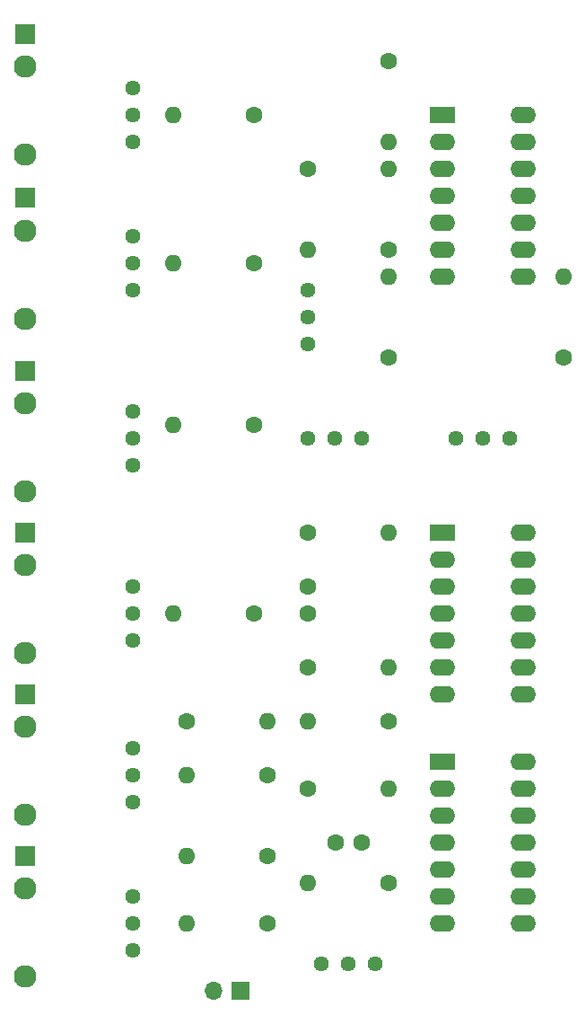
<source format=gbs>
%TF.GenerationSoftware,KiCad,Pcbnew,(5.1.12)-1*%
%TF.CreationDate,2021-11-21T15:36:10-08:00*%
%TF.ProjectId,VCF,5643462e-6b69-4636-9164-5f7063625858,rev?*%
%TF.SameCoordinates,Original*%
%TF.FileFunction,Soldermask,Bot*%
%TF.FilePolarity,Negative*%
%FSLAX46Y46*%
G04 Gerber Fmt 4.6, Leading zero omitted, Abs format (unit mm)*
G04 Created by KiCad (PCBNEW (5.1.12)-1) date 2021-11-21 15:36:10*
%MOMM*%
%LPD*%
G01*
G04 APERTURE LIST*
%ADD10O,2.400000X1.600000*%
%ADD11R,2.400000X1.600000*%
%ADD12C,1.440000*%
%ADD13O,1.600000X1.600000*%
%ADD14C,1.600000*%
%ADD15C,2.130000*%
%ADD16R,1.930000X1.830000*%
%ADD17O,1.700000X1.700000*%
%ADD18R,1.700000X1.700000*%
G04 APERTURE END LIST*
D10*
%TO.C,U2*%
X116840000Y-104140000D03*
X109220000Y-119380000D03*
X116840000Y-106680000D03*
X109220000Y-116840000D03*
X116840000Y-109220000D03*
X109220000Y-114300000D03*
X116840000Y-111760000D03*
X109220000Y-111760000D03*
X116840000Y-114300000D03*
X109220000Y-109220000D03*
X116840000Y-116840000D03*
X109220000Y-106680000D03*
X116840000Y-119380000D03*
D11*
X109220000Y-104140000D03*
%TD*%
D10*
%TO.C,U1*%
X116840000Y-43180000D03*
X109220000Y-58420000D03*
X116840000Y-45720000D03*
X109220000Y-55880000D03*
X116840000Y-48260000D03*
X109220000Y-53340000D03*
X116840000Y-50800000D03*
X109220000Y-50800000D03*
X116840000Y-53340000D03*
X109220000Y-48260000D03*
X116840000Y-55880000D03*
X109220000Y-45720000D03*
X116840000Y-58420000D03*
D11*
X109220000Y-43180000D03*
%TD*%
D12*
%TO.C,RV10*%
X80010000Y-92710000D03*
X80010000Y-90170000D03*
X80010000Y-87630000D03*
%TD*%
%TO.C,RV9*%
X80010000Y-107950000D03*
X80010000Y-105410000D03*
X80010000Y-102870000D03*
%TD*%
%TO.C,RV8*%
X80010000Y-121920000D03*
X80010000Y-119380000D03*
X80010000Y-116840000D03*
%TD*%
%TO.C,RV7*%
X97790000Y-123190000D03*
X100330000Y-123190000D03*
X102870000Y-123190000D03*
%TD*%
%TO.C,RV6*%
X115570000Y-73660000D03*
X113030000Y-73660000D03*
X110490000Y-73660000D03*
%TD*%
%TO.C,RV5*%
X96520000Y-73660000D03*
X99060000Y-73660000D03*
X101600000Y-73660000D03*
%TD*%
%TO.C,RV4*%
X80010000Y-71120000D03*
X80010000Y-73660000D03*
X80010000Y-76200000D03*
%TD*%
%TO.C,RV3*%
X80010000Y-59690000D03*
X80010000Y-57150000D03*
X80010000Y-54610000D03*
%TD*%
%TO.C,RV2*%
X80010000Y-45720000D03*
X80010000Y-43180000D03*
X80010000Y-40640000D03*
%TD*%
%TO.C,RV1*%
X96520000Y-59690000D03*
X96520000Y-62230000D03*
X96520000Y-64770000D03*
%TD*%
D13*
%TO.C,R18*%
X104140000Y-106680000D03*
D14*
X96520000Y-106680000D03*
%TD*%
D13*
%TO.C,R17*%
X96520000Y-115570000D03*
D14*
X104140000Y-115570000D03*
%TD*%
D13*
%TO.C,R16*%
X83820000Y-90170000D03*
D14*
X91440000Y-90170000D03*
%TD*%
D13*
%TO.C,R15*%
X85090000Y-105410000D03*
D14*
X92710000Y-105410000D03*
%TD*%
D13*
%TO.C,R14*%
X85090000Y-119380000D03*
D14*
X92710000Y-119380000D03*
%TD*%
D13*
%TO.C,R13*%
X92710000Y-100330000D03*
D14*
X85090000Y-100330000D03*
%TD*%
D13*
%TO.C,R12*%
X120650000Y-58420000D03*
D14*
X120650000Y-66040000D03*
%TD*%
D13*
%TO.C,R11*%
X96520000Y-100330000D03*
D14*
X104140000Y-100330000D03*
%TD*%
D13*
%TO.C,R10*%
X85090000Y-113030000D03*
D14*
X92710000Y-113030000D03*
%TD*%
D13*
%TO.C,R9*%
X96520000Y-55880000D03*
D14*
X96520000Y-48260000D03*
%TD*%
D13*
%TO.C,R8*%
X104140000Y-95250000D03*
D14*
X96520000Y-95250000D03*
%TD*%
D13*
%TO.C,R7*%
X83820000Y-72390000D03*
D14*
X91440000Y-72390000D03*
%TD*%
D13*
%TO.C,R6*%
X83820000Y-57150000D03*
D14*
X91440000Y-57150000D03*
%TD*%
D13*
%TO.C,R5*%
X83820000Y-43180000D03*
D14*
X91440000Y-43180000D03*
%TD*%
D13*
%TO.C,R4*%
X104140000Y-82550000D03*
D14*
X96520000Y-82550000D03*
%TD*%
D13*
%TO.C,R3*%
X104140000Y-45720000D03*
D14*
X104140000Y-38100000D03*
%TD*%
D13*
%TO.C,R2*%
X104140000Y-58420000D03*
D14*
X104140000Y-66040000D03*
%TD*%
D13*
%TO.C,R1*%
X104140000Y-48260000D03*
D14*
X104140000Y-55880000D03*
%TD*%
D10*
%TO.C,Q1*%
X116840000Y-82550000D03*
X109220000Y-97790000D03*
X116840000Y-85090000D03*
X109220000Y-95250000D03*
X116840000Y-87630000D03*
X109220000Y-92710000D03*
X116840000Y-90170000D03*
X109220000Y-90170000D03*
X116840000Y-92710000D03*
X109220000Y-87630000D03*
X116840000Y-95250000D03*
X109220000Y-85090000D03*
X116840000Y-97790000D03*
D11*
X109220000Y-82550000D03*
%TD*%
D15*
%TO.C,J7*%
X69850000Y-93950000D03*
D16*
X69850000Y-82550000D03*
D15*
X69850000Y-85650000D03*
%TD*%
%TO.C,J6*%
X69850000Y-109190000D03*
D16*
X69850000Y-97790000D03*
D15*
X69850000Y-100890000D03*
%TD*%
%TO.C,J5*%
X69850000Y-124430000D03*
D16*
X69850000Y-113030000D03*
D15*
X69850000Y-116130000D03*
%TD*%
D17*
%TO.C,J4*%
X87630000Y-125730000D03*
D18*
X90170000Y-125730000D03*
%TD*%
D15*
%TO.C,J3*%
X69850000Y-46960000D03*
D16*
X69850000Y-35560000D03*
D15*
X69850000Y-38660000D03*
%TD*%
%TO.C,J2*%
X69850000Y-62390000D03*
D16*
X69850000Y-50990000D03*
D15*
X69850000Y-54090000D03*
%TD*%
%TO.C,J1*%
X69850000Y-78710000D03*
D16*
X69850000Y-67310000D03*
D15*
X69850000Y-70410000D03*
%TD*%
D14*
%TO.C,C2*%
X101600000Y-111760000D03*
X99100000Y-111760000D03*
%TD*%
%TO.C,C1*%
X96520000Y-87670000D03*
X96520000Y-90170000D03*
%TD*%
M02*

</source>
